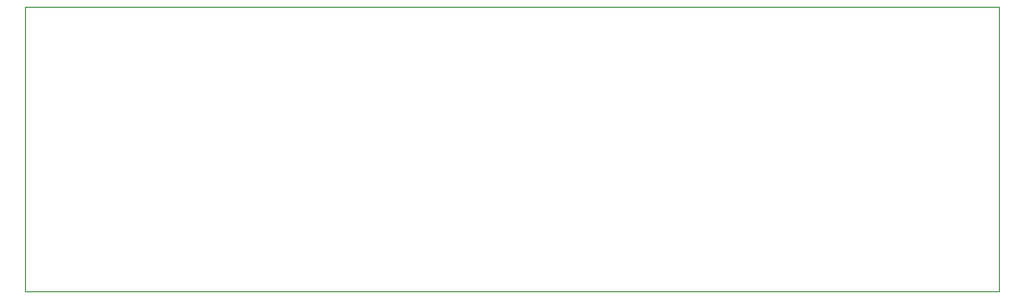
<source format=gm1>
G04 #@! TF.GenerationSoftware,KiCad,Pcbnew,(5.1.10)-1*
G04 #@! TF.CreationDate,2021-10-14T23:30:01+01:00*
G04 #@! TF.ProjectId,Battery,42617474-6572-4792-9e6b-696361645f70,rev?*
G04 #@! TF.SameCoordinates,Original*
G04 #@! TF.FileFunction,Profile,NP*
%FSLAX46Y46*%
G04 Gerber Fmt 4.6, Leading zero omitted, Abs format (unit mm)*
G04 Created by KiCad (PCBNEW (5.1.10)-1) date 2021-10-14 23:30:01*
%MOMM*%
%LPD*%
G01*
G04 APERTURE LIST*
G04 #@! TA.AperFunction,Profile*
%ADD10C,0.050000*%
G04 #@! TD*
G04 APERTURE END LIST*
D10*
X176000000Y-65500000D02*
X176000000Y-40500000D01*
X261500000Y-65500000D02*
X176000000Y-65500000D01*
X261500000Y-40500000D02*
X261500000Y-65500000D01*
X176000000Y-40500000D02*
X261500000Y-40500000D01*
M02*

</source>
